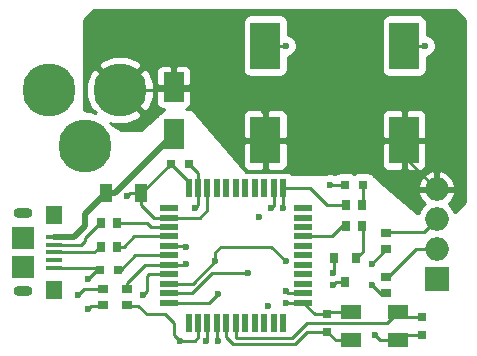
<source format=gbr>
G04 #@! TF.FileFunction,Copper,L1,Top,Plane*
%FSLAX46Y46*%
G04 Gerber Fmt 4.6, Leading zero omitted, Abs format (unit mm)*
G04 Created by KiCad (PCBNEW 4.0.4-stable) date 03/14/17 06:36:14*
%MOMM*%
%LPD*%
G01*
G04 APERTURE LIST*
%ADD10C,0.100000*%
%ADD11R,1.800000X1.200000*%
%ADD12R,0.800000X0.750000*%
%ADD13R,0.750000X0.800000*%
%ADD14R,2.500000X4.000000*%
%ADD15R,1.348740X0.398780*%
%ADD16O,1.597660X0.899160*%
%ADD17R,1.399540X1.597660*%
%ADD18R,1.899920X1.899920*%
%ADD19O,1.200000X0.500000*%
%ADD20C,4.500000*%
%ADD21R,0.797560X0.797560*%
%ADD22O,1.998980X1.998980*%
%ADD23R,1.998980X1.998980*%
%ADD24R,1.000000X1.600000*%
%ADD25R,0.797560X0.899160*%
%ADD26R,1.699260X2.499360*%
%ADD27R,1.500000X0.550000*%
%ADD28R,0.550000X1.500000*%
%ADD29R,0.700000X0.900000*%
%ADD30R,0.900000X0.700000*%
%ADD31C,0.600000*%
%ADD32C,0.250000*%
%ADD33C,0.500000*%
%ADD34C,0.254000*%
G04 APERTURE END LIST*
D10*
D11*
X57500000Y-46550000D03*
X53500000Y-46550000D03*
X53500000Y-48950000D03*
X57500000Y-48950000D03*
D12*
X38250000Y-34000000D03*
X39750000Y-34000000D03*
D13*
X51500000Y-48250000D03*
X51500000Y-46750000D03*
D14*
X58000000Y-32000000D03*
X58000000Y-24000000D03*
D13*
X59500000Y-48500000D03*
X59500000Y-47000000D03*
D12*
X33750000Y-43000000D03*
X32250000Y-43000000D03*
D14*
X46250000Y-32000000D03*
X46250000Y-24000000D03*
D15*
X28370000Y-40202060D03*
X28370000Y-40852300D03*
X28370000Y-41500000D03*
X28370000Y-42147700D03*
X28370000Y-42797940D03*
D16*
X25700460Y-38200540D03*
X25700460Y-44799460D03*
D17*
X28370000Y-38302140D03*
X28370000Y-44697860D03*
D18*
X25695380Y-40301120D03*
X25695380Y-42698880D03*
D19*
X25700000Y-38200000D03*
X25700000Y-44800000D03*
D20*
X33950140Y-27750000D03*
X27950660Y-27750000D03*
X30950400Y-32449000D03*
D21*
X54499300Y-35750000D03*
X53000700Y-35750000D03*
D22*
X60750000Y-36130000D03*
D23*
X60750000Y-43750000D03*
D22*
X60750000Y-41210000D03*
X60750000Y-38670000D03*
D24*
X35750000Y-36500000D03*
X32750000Y-36500000D03*
D25*
X53949960Y-42001780D03*
X52050040Y-42001780D03*
X53000000Y-43998220D03*
D26*
X38500000Y-31498980D03*
X38500000Y-27501020D03*
D27*
X38050000Y-37750000D03*
X38050000Y-38550000D03*
X38050000Y-39350000D03*
X38050000Y-40150000D03*
X38050000Y-40950000D03*
X38050000Y-41750000D03*
X38050000Y-42550000D03*
X38050000Y-43350000D03*
X38050000Y-44150000D03*
X38050000Y-44950000D03*
X38050000Y-45750000D03*
D28*
X39750000Y-47450000D03*
X40550000Y-47450000D03*
X41350000Y-47450000D03*
X42150000Y-47450000D03*
X42950000Y-47450000D03*
X43750000Y-47450000D03*
X44550000Y-47450000D03*
X45350000Y-47450000D03*
X46150000Y-47450000D03*
X46950000Y-47450000D03*
X47750000Y-47450000D03*
D27*
X49450000Y-45750000D03*
X49450000Y-44950000D03*
X49450000Y-44150000D03*
X49450000Y-43350000D03*
X49450000Y-42550000D03*
X49450000Y-41750000D03*
X49450000Y-40950000D03*
X49450000Y-40150000D03*
X49450000Y-39350000D03*
X49450000Y-38550000D03*
X49450000Y-37750000D03*
D28*
X47750000Y-36050000D03*
X46950000Y-36050000D03*
X46150000Y-36050000D03*
X45350000Y-36050000D03*
X44550000Y-36050000D03*
X43750000Y-36050000D03*
X42950000Y-36050000D03*
X42150000Y-36050000D03*
X41350000Y-36050000D03*
X40550000Y-36050000D03*
X39750000Y-36050000D03*
D29*
X54417500Y-39250000D03*
X53082500Y-39250000D03*
D30*
X34500000Y-45917500D03*
X34500000Y-44582500D03*
D29*
X32332500Y-39000000D03*
X33667500Y-39000000D03*
X32332500Y-41000000D03*
X33667500Y-41000000D03*
X54417500Y-37500000D03*
X53082500Y-37500000D03*
D30*
X56500000Y-39832500D03*
X56500000Y-41167500D03*
X56500000Y-43582500D03*
X56500000Y-44917500D03*
X32500000Y-44582500D03*
X32500000Y-45917500D03*
D31*
X51750000Y-35750000D03*
X40250000Y-37750000D03*
X46750000Y-37750000D03*
X45750000Y-38500000D03*
X31250000Y-43750000D03*
X39500000Y-41000000D03*
X42250000Y-49000000D03*
X48000000Y-45750000D03*
X52000000Y-43250000D03*
X59750000Y-24000000D03*
X48000000Y-24000000D03*
X55500000Y-48500000D03*
X47750000Y-37750000D03*
X48000000Y-44750000D03*
X46500000Y-46000000D03*
X41250000Y-49000000D03*
X31250000Y-46250000D03*
X34500000Y-36750000D03*
X39500000Y-42500000D03*
X42250000Y-45000000D03*
X48000000Y-42250000D03*
X55250000Y-44250000D03*
X42000000Y-42250000D03*
X55250000Y-42500000D03*
X44750000Y-43250000D03*
X52000000Y-44250000D03*
X39000000Y-49000000D03*
X35900000Y-45100000D03*
X30400000Y-45100000D03*
D32*
X29300000Y-42797940D02*
X28370000Y-42797940D01*
X53000700Y-35750000D02*
X51750000Y-35750000D01*
X40550000Y-37450000D02*
X40250000Y-37750000D01*
X40550000Y-36050000D02*
X40550000Y-37450000D01*
X46950000Y-37550000D02*
X46750000Y-37750000D01*
X46950000Y-36050000D02*
X46950000Y-37550000D01*
X31250000Y-43750000D02*
X32000000Y-43000000D01*
X39450000Y-40950000D02*
X39500000Y-41000000D01*
X38050000Y-40950000D02*
X39450000Y-40950000D01*
X42150000Y-48900000D02*
X42250000Y-49000000D01*
X42150000Y-47450000D02*
X42150000Y-48900000D01*
X49450000Y-45750000D02*
X48000000Y-45750000D01*
X52050040Y-43199960D02*
X52000000Y-43250000D01*
X52050040Y-43199960D02*
X52050040Y-42001780D01*
X32250000Y-43000000D02*
X32000000Y-43000000D01*
X29270000Y-42797940D02*
X29300000Y-42797940D01*
X29300000Y-42797940D02*
X32047940Y-42797940D01*
X32047940Y-42797940D02*
X32250000Y-43000000D01*
X40550000Y-36050000D02*
X40550000Y-34800000D01*
X40550000Y-34800000D02*
X39750000Y-34000000D01*
X53500000Y-46550000D02*
X51700000Y-46550000D01*
X51700000Y-46550000D02*
X51500000Y-46750000D01*
X51500000Y-46750000D02*
X50450000Y-46750000D01*
X50450000Y-46750000D02*
X49450000Y-45750000D01*
X59500000Y-48500000D02*
X57950000Y-48500000D01*
X57950000Y-48500000D02*
X57500000Y-48950000D01*
X57500000Y-48950000D02*
X55950000Y-48950000D01*
X55950000Y-48950000D02*
X55500000Y-48500000D01*
X58000000Y-24000000D02*
X59750000Y-24000000D01*
X46250000Y-24000000D02*
X48000000Y-24000000D01*
X59500000Y-47000000D02*
X57950000Y-47000000D01*
X57950000Y-47000000D02*
X57500000Y-46550000D01*
X43750000Y-47450000D02*
X43750000Y-48750000D01*
X56550000Y-47500000D02*
X57500000Y-46550000D01*
X49750000Y-47500000D02*
X56550000Y-47500000D01*
X48500000Y-48750000D02*
X49750000Y-47500000D01*
X43750000Y-48750000D02*
X48500000Y-48750000D01*
X53500000Y-48950000D02*
X52200000Y-48950000D01*
X52200000Y-48950000D02*
X51500000Y-48250000D01*
X51500000Y-48250000D02*
X49750000Y-48250000D01*
X49750000Y-48250000D02*
X48750000Y-49250000D01*
X48750000Y-49250000D02*
X43500000Y-49250000D01*
X43500000Y-49250000D02*
X42950000Y-48700000D01*
X42950000Y-48700000D02*
X42950000Y-47450000D01*
X47750000Y-37750000D02*
X47750000Y-36050000D01*
X48200000Y-44950000D02*
X48000000Y-44750000D01*
X48200000Y-44950000D02*
X49450000Y-44950000D01*
X41350000Y-48900000D02*
X41250000Y-49000000D01*
X41350000Y-47450000D02*
X41350000Y-48900000D01*
X31500000Y-46000000D02*
X31250000Y-46250000D01*
X32500000Y-46000000D02*
X31500000Y-46000000D01*
X34750000Y-36500000D02*
X34500000Y-36750000D01*
X35750000Y-36500000D02*
X34750000Y-36500000D01*
X39450000Y-42550000D02*
X39500000Y-42500000D01*
X39450000Y-42550000D02*
X38050000Y-42550000D01*
X53000000Y-37500000D02*
X51500000Y-37500000D01*
X51500000Y-37500000D02*
X50050000Y-36050000D01*
X50050000Y-36050000D02*
X47750000Y-36050000D01*
X38050000Y-42550000D02*
X36050000Y-42550000D01*
X36050000Y-42550000D02*
X34500000Y-44100000D01*
X34500000Y-44100000D02*
X34500000Y-44500000D01*
X41350000Y-36050000D02*
X41350000Y-37900000D01*
X40700000Y-38550000D02*
X38050000Y-38550000D01*
X41350000Y-37900000D02*
X40700000Y-38550000D01*
X39750000Y-36050000D02*
X39750000Y-35500000D01*
X39750000Y-35500000D02*
X38250000Y-34000000D01*
X38250000Y-34000000D02*
X35750000Y-36500000D01*
X38050000Y-38550000D02*
X36800000Y-38550000D01*
X35750000Y-37500000D02*
X35750000Y-36500000D01*
X36800000Y-38550000D02*
X35750000Y-37500000D01*
X33750000Y-43000000D02*
X34000000Y-43000000D01*
X34000000Y-43000000D02*
X35250000Y-41750000D01*
X35250000Y-41750000D02*
X38050000Y-41750000D01*
X58000000Y-32000000D02*
X58000000Y-33380000D01*
X58000000Y-33380000D02*
X60750000Y-36130000D01*
X33950140Y-27750000D02*
X38251020Y-27750000D01*
X38251020Y-27750000D02*
X44250000Y-27750000D01*
X44250000Y-27750000D02*
X46250000Y-29750000D01*
X46250000Y-29750000D02*
X46250000Y-32000000D01*
X46250000Y-32000000D02*
X58000000Y-32000000D01*
X28370000Y-40852300D02*
X29270000Y-40852300D01*
X31000000Y-40250000D02*
X31000000Y-40500000D01*
X31000000Y-40500000D02*
X30647700Y-40852300D01*
X30647700Y-40852300D02*
X29270000Y-40852300D01*
X31000000Y-40250000D02*
X32250000Y-39000000D01*
X28370000Y-41500000D02*
X29270000Y-41500000D01*
X31750000Y-41500000D02*
X32250000Y-41000000D01*
X29270000Y-41500000D02*
X31750000Y-41500000D01*
X38050000Y-45750000D02*
X41500000Y-45750000D01*
X41500000Y-45750000D02*
X42250000Y-45000000D01*
X56500000Y-45000000D02*
X56000000Y-45000000D01*
X42000000Y-41500000D02*
X42000000Y-42250000D01*
X42500000Y-41000000D02*
X42000000Y-41500000D01*
X46750000Y-41000000D02*
X42500000Y-41000000D01*
X48000000Y-42250000D02*
X46750000Y-41000000D01*
X56000000Y-45000000D02*
X55250000Y-44250000D01*
X38050000Y-44150000D02*
X40100000Y-44150000D01*
X40100000Y-44150000D02*
X42000000Y-42250000D01*
X56500000Y-41250000D02*
X55250000Y-42500000D01*
X38050000Y-44950000D02*
X40050000Y-44950000D01*
X41750000Y-43250000D02*
X44750000Y-43250000D01*
X40050000Y-44950000D02*
X41750000Y-43250000D01*
X53000000Y-43998220D02*
X52251780Y-43998220D01*
X52251780Y-43998220D02*
X52000000Y-44250000D01*
X34500000Y-46000000D02*
X35500000Y-46000000D01*
X40550000Y-48700000D02*
X40550000Y-47450000D01*
X40250000Y-49000000D02*
X40550000Y-48700000D01*
X39000000Y-49000000D02*
X40250000Y-49000000D01*
X38500000Y-48500000D02*
X39000000Y-49000000D01*
X38500000Y-47500000D02*
X38500000Y-48500000D01*
X37750000Y-46750000D02*
X38500000Y-47500000D01*
X36250000Y-46750000D02*
X37750000Y-46750000D01*
X35500000Y-46000000D02*
X36250000Y-46750000D01*
X54499300Y-35750000D02*
X54499300Y-37499300D01*
X54499300Y-37499300D02*
X54500000Y-37500000D01*
X56500000Y-43500000D02*
X56750000Y-43500000D01*
X56750000Y-43500000D02*
X59040000Y-41210000D01*
X59040000Y-41210000D02*
X60750000Y-41210000D01*
X56500000Y-39750000D02*
X59670000Y-39750000D01*
X59670000Y-39750000D02*
X60750000Y-38670000D01*
X53000000Y-39250000D02*
X52750000Y-39250000D01*
X52750000Y-39250000D02*
X51850000Y-40150000D01*
X51850000Y-40150000D02*
X49450000Y-40150000D01*
X33750000Y-39000000D02*
X36250000Y-39000000D01*
X36600000Y-39350000D02*
X38050000Y-39350000D01*
X36250000Y-39000000D02*
X36600000Y-39350000D01*
X33750000Y-41000000D02*
X34250000Y-41000000D01*
X35100000Y-40150000D02*
X38050000Y-40150000D01*
X34250000Y-41000000D02*
X35100000Y-40150000D01*
X32500000Y-44582500D02*
X30917500Y-44582500D01*
X36400000Y-43350000D02*
X38050000Y-43350000D01*
X36250000Y-43500000D02*
X36400000Y-43350000D01*
X36250000Y-44250000D02*
X36250000Y-43500000D01*
X36250000Y-44750000D02*
X36250000Y-44250000D01*
X35900000Y-45100000D02*
X36250000Y-44750000D01*
X30917500Y-44582500D02*
X30400000Y-45100000D01*
X32500000Y-44500000D02*
X32750000Y-44500000D01*
X54500000Y-39250000D02*
X54500000Y-41451740D01*
X54500000Y-41451740D02*
X53949960Y-42001780D01*
D33*
X29300000Y-40202060D02*
X28370000Y-40202060D01*
X29270000Y-40202060D02*
X29300000Y-40202060D01*
X29300000Y-40202060D02*
X30047940Y-40202060D01*
X31000000Y-38250000D02*
X32750000Y-36500000D01*
X31000000Y-39250000D02*
X31000000Y-38250000D01*
X30047940Y-40202060D02*
X31000000Y-39250000D01*
X32750000Y-36500000D02*
X33498980Y-36500000D01*
X33498980Y-36500000D02*
X38500000Y-31498980D01*
X38001020Y-31498980D02*
X38500000Y-31498980D01*
D34*
G36*
X63123000Y-21802606D02*
X63123000Y-37197394D01*
X62268008Y-38052386D01*
X62260072Y-38012486D01*
X61905759Y-37482219D01*
X61756700Y-37382621D01*
X62073068Y-37089726D01*
X62339627Y-36510355D01*
X62220807Y-36257000D01*
X60877000Y-36257000D01*
X60877000Y-36277000D01*
X60623000Y-36277000D01*
X60623000Y-36257000D01*
X59279193Y-36257000D01*
X59160373Y-36510355D01*
X59426932Y-37089726D01*
X59743300Y-37382621D01*
X59594241Y-37482219D01*
X59239928Y-38012486D01*
X59217945Y-38123000D01*
X59047376Y-38123000D01*
X56308890Y-35749645D01*
X59160373Y-35749645D01*
X59279193Y-36003000D01*
X60623000Y-36003000D01*
X60623000Y-34659735D01*
X60877000Y-34659735D01*
X60877000Y-36003000D01*
X62220807Y-36003000D01*
X62339627Y-35749645D01*
X62073068Y-35170274D01*
X61605084Y-34737013D01*
X61130354Y-34540381D01*
X60877000Y-34659735D01*
X60623000Y-34659735D01*
X60369646Y-34540381D01*
X59894916Y-34737013D01*
X59426932Y-35170274D01*
X59160373Y-35749645D01*
X56308890Y-35749645D01*
X55404907Y-34966193D01*
X55362170Y-34899779D01*
X55149970Y-34754789D01*
X54898080Y-34703780D01*
X54100520Y-34703780D01*
X53865203Y-34748058D01*
X53750007Y-34822185D01*
X53651370Y-34754789D01*
X53399480Y-34703780D01*
X52601920Y-34703780D01*
X52366603Y-34748058D01*
X52172438Y-34873000D01*
X52076087Y-34873000D01*
X51936799Y-34815162D01*
X51564833Y-34814838D01*
X51424070Y-34873000D01*
X48504817Y-34873000D01*
X48489090Y-34848559D01*
X48276890Y-34703569D01*
X48025000Y-34652560D01*
X47475000Y-34652560D01*
X47345411Y-34676944D01*
X47225000Y-34652560D01*
X46675000Y-34652560D01*
X46545411Y-34676944D01*
X46425000Y-34652560D01*
X45875000Y-34652560D01*
X45745411Y-34676944D01*
X45625000Y-34652560D01*
X45075000Y-34652560D01*
X44945411Y-34676944D01*
X44825000Y-34652560D01*
X44617746Y-34652560D01*
X42573683Y-32285750D01*
X44365000Y-32285750D01*
X44365000Y-34126309D01*
X44461673Y-34359698D01*
X44640301Y-34538327D01*
X44873690Y-34635000D01*
X45964250Y-34635000D01*
X46123000Y-34476250D01*
X46123000Y-32127000D01*
X46377000Y-32127000D01*
X46377000Y-34476250D01*
X46535750Y-34635000D01*
X47626310Y-34635000D01*
X47859699Y-34538327D01*
X48038327Y-34359698D01*
X48135000Y-34126309D01*
X48135000Y-32285750D01*
X56115000Y-32285750D01*
X56115000Y-34126309D01*
X56211673Y-34359698D01*
X56390301Y-34538327D01*
X56623690Y-34635000D01*
X57714250Y-34635000D01*
X57873000Y-34476250D01*
X57873000Y-32127000D01*
X58127000Y-32127000D01*
X58127000Y-34476250D01*
X58285750Y-34635000D01*
X59376310Y-34635000D01*
X59609699Y-34538327D01*
X59788327Y-34359698D01*
X59885000Y-34126309D01*
X59885000Y-32285750D01*
X59726250Y-32127000D01*
X58127000Y-32127000D01*
X57873000Y-32127000D01*
X56273750Y-32127000D01*
X56115000Y-32285750D01*
X48135000Y-32285750D01*
X47976250Y-32127000D01*
X46377000Y-32127000D01*
X46123000Y-32127000D01*
X44523750Y-32127000D01*
X44365000Y-32285750D01*
X42573683Y-32285750D01*
X40490541Y-29873691D01*
X44365000Y-29873691D01*
X44365000Y-31714250D01*
X44523750Y-31873000D01*
X46123000Y-31873000D01*
X46123000Y-29523750D01*
X46377000Y-29523750D01*
X46377000Y-31873000D01*
X47976250Y-31873000D01*
X48135000Y-31714250D01*
X48135000Y-29873691D01*
X56115000Y-29873691D01*
X56115000Y-31714250D01*
X56273750Y-31873000D01*
X57873000Y-31873000D01*
X57873000Y-29523750D01*
X58127000Y-29523750D01*
X58127000Y-31873000D01*
X59726250Y-31873000D01*
X59885000Y-31714250D01*
X59885000Y-29873691D01*
X59788327Y-29640302D01*
X59609699Y-29461673D01*
X59376310Y-29365000D01*
X58285750Y-29365000D01*
X58127000Y-29523750D01*
X57873000Y-29523750D01*
X57714250Y-29365000D01*
X56623690Y-29365000D01*
X56390301Y-29461673D01*
X56211673Y-29640302D01*
X56115000Y-29873691D01*
X48135000Y-29873691D01*
X48038327Y-29640302D01*
X47859699Y-29461673D01*
X47626310Y-29365000D01*
X46535750Y-29365000D01*
X46377000Y-29523750D01*
X46123000Y-29523750D01*
X45964250Y-29365000D01*
X44873690Y-29365000D01*
X44640301Y-29461673D01*
X44461673Y-29640302D01*
X44365000Y-29873691D01*
X40490541Y-29873691D01*
X40096117Y-29416990D01*
X40056248Y-29386136D01*
X40000000Y-29373000D01*
X39506600Y-29373000D01*
X39709329Y-29289027D01*
X39887957Y-29110398D01*
X39984630Y-28877009D01*
X39984630Y-27786770D01*
X39825880Y-27628020D01*
X38627000Y-27628020D01*
X38627000Y-27648020D01*
X38373000Y-27648020D01*
X38373000Y-27628020D01*
X37174120Y-27628020D01*
X37015370Y-27786770D01*
X37015370Y-28877009D01*
X37112043Y-29110398D01*
X37290671Y-29289027D01*
X37524060Y-29385700D01*
X37696286Y-29385700D01*
X37666370Y-29404423D01*
X37320837Y-29706764D01*
X37198929Y-29785210D01*
X37150974Y-29855394D01*
X35702282Y-31123000D01*
X34032020Y-31123000D01*
X33320941Y-30740112D01*
X33101078Y-30519864D01*
X33387586Y-30637227D01*
X34535302Y-30632730D01*
X35574765Y-30202169D01*
X35826002Y-29805467D01*
X33950140Y-27929605D01*
X33935998Y-27943748D01*
X33756393Y-27764143D01*
X33770535Y-27750000D01*
X34129745Y-27750000D01*
X36005607Y-29625862D01*
X36402309Y-29374625D01*
X36837367Y-28312554D01*
X36832870Y-27164838D01*
X36402309Y-26125375D01*
X36401766Y-26125031D01*
X37015370Y-26125031D01*
X37015370Y-27215270D01*
X37174120Y-27374020D01*
X38373000Y-27374020D01*
X38373000Y-25775090D01*
X38627000Y-25775090D01*
X38627000Y-27374020D01*
X39825880Y-27374020D01*
X39984630Y-27215270D01*
X39984630Y-26125031D01*
X39887957Y-25891642D01*
X39709329Y-25713013D01*
X39475940Y-25616340D01*
X38785750Y-25616340D01*
X38627000Y-25775090D01*
X38373000Y-25775090D01*
X38214250Y-25616340D01*
X37524060Y-25616340D01*
X37290671Y-25713013D01*
X37112043Y-25891642D01*
X37015370Y-26125031D01*
X36401766Y-26125031D01*
X36005607Y-25874138D01*
X34129745Y-27750000D01*
X33770535Y-27750000D01*
X31894673Y-25874138D01*
X31497971Y-26125375D01*
X31062913Y-27187446D01*
X31067410Y-28335162D01*
X31497971Y-29374625D01*
X31894671Y-29625861D01*
X31830086Y-29690446D01*
X31526780Y-29564502D01*
X31137035Y-29564162D01*
X30877000Y-29424143D01*
X30877000Y-25694533D01*
X32074278Y-25694533D01*
X33950140Y-27570395D01*
X35826002Y-25694533D01*
X35574765Y-25297831D01*
X34512694Y-24862773D01*
X33364978Y-24867270D01*
X32325515Y-25297831D01*
X32074278Y-25694533D01*
X30877000Y-25694533D01*
X30877000Y-22000000D01*
X44352560Y-22000000D01*
X44352560Y-26000000D01*
X44396838Y-26235317D01*
X44535910Y-26451441D01*
X44748110Y-26596431D01*
X45000000Y-26647440D01*
X47500000Y-26647440D01*
X47735317Y-26603162D01*
X47951441Y-26464090D01*
X48096431Y-26251890D01*
X48147440Y-26000000D01*
X48147440Y-24935129D01*
X48185167Y-24935162D01*
X48528943Y-24793117D01*
X48792192Y-24530327D01*
X48934838Y-24186799D01*
X48935162Y-23814833D01*
X48793117Y-23471057D01*
X48530327Y-23207808D01*
X48186799Y-23065162D01*
X48147440Y-23065128D01*
X48147440Y-22000000D01*
X56102560Y-22000000D01*
X56102560Y-26000000D01*
X56146838Y-26235317D01*
X56285910Y-26451441D01*
X56498110Y-26596431D01*
X56750000Y-26647440D01*
X59250000Y-26647440D01*
X59485317Y-26603162D01*
X59701441Y-26464090D01*
X59846431Y-26251890D01*
X59897440Y-26000000D01*
X59897440Y-24935129D01*
X59935167Y-24935162D01*
X60278943Y-24793117D01*
X60542192Y-24530327D01*
X60684838Y-24186799D01*
X60685162Y-23814833D01*
X60543117Y-23471057D01*
X60280327Y-23207808D01*
X59936799Y-23065162D01*
X59897440Y-23065128D01*
X59897440Y-22000000D01*
X59853162Y-21764683D01*
X59714090Y-21548559D01*
X59501890Y-21403569D01*
X59250000Y-21352560D01*
X56750000Y-21352560D01*
X56514683Y-21396838D01*
X56298559Y-21535910D01*
X56153569Y-21748110D01*
X56102560Y-22000000D01*
X48147440Y-22000000D01*
X48103162Y-21764683D01*
X47964090Y-21548559D01*
X47751890Y-21403569D01*
X47500000Y-21352560D01*
X45000000Y-21352560D01*
X44764683Y-21396838D01*
X44548559Y-21535910D01*
X44403569Y-21748110D01*
X44352560Y-22000000D01*
X30877000Y-22000000D01*
X30877000Y-21802606D01*
X31719606Y-20960000D01*
X62280394Y-20960000D01*
X63123000Y-21802606D01*
X63123000Y-21802606D01*
G37*
X63123000Y-21802606D02*
X63123000Y-37197394D01*
X62268008Y-38052386D01*
X62260072Y-38012486D01*
X61905759Y-37482219D01*
X61756700Y-37382621D01*
X62073068Y-37089726D01*
X62339627Y-36510355D01*
X62220807Y-36257000D01*
X60877000Y-36257000D01*
X60877000Y-36277000D01*
X60623000Y-36277000D01*
X60623000Y-36257000D01*
X59279193Y-36257000D01*
X59160373Y-36510355D01*
X59426932Y-37089726D01*
X59743300Y-37382621D01*
X59594241Y-37482219D01*
X59239928Y-38012486D01*
X59217945Y-38123000D01*
X59047376Y-38123000D01*
X56308890Y-35749645D01*
X59160373Y-35749645D01*
X59279193Y-36003000D01*
X60623000Y-36003000D01*
X60623000Y-34659735D01*
X60877000Y-34659735D01*
X60877000Y-36003000D01*
X62220807Y-36003000D01*
X62339627Y-35749645D01*
X62073068Y-35170274D01*
X61605084Y-34737013D01*
X61130354Y-34540381D01*
X60877000Y-34659735D01*
X60623000Y-34659735D01*
X60369646Y-34540381D01*
X59894916Y-34737013D01*
X59426932Y-35170274D01*
X59160373Y-35749645D01*
X56308890Y-35749645D01*
X55404907Y-34966193D01*
X55362170Y-34899779D01*
X55149970Y-34754789D01*
X54898080Y-34703780D01*
X54100520Y-34703780D01*
X53865203Y-34748058D01*
X53750007Y-34822185D01*
X53651370Y-34754789D01*
X53399480Y-34703780D01*
X52601920Y-34703780D01*
X52366603Y-34748058D01*
X52172438Y-34873000D01*
X52076087Y-34873000D01*
X51936799Y-34815162D01*
X51564833Y-34814838D01*
X51424070Y-34873000D01*
X48504817Y-34873000D01*
X48489090Y-34848559D01*
X48276890Y-34703569D01*
X48025000Y-34652560D01*
X47475000Y-34652560D01*
X47345411Y-34676944D01*
X47225000Y-34652560D01*
X46675000Y-34652560D01*
X46545411Y-34676944D01*
X46425000Y-34652560D01*
X45875000Y-34652560D01*
X45745411Y-34676944D01*
X45625000Y-34652560D01*
X45075000Y-34652560D01*
X44945411Y-34676944D01*
X44825000Y-34652560D01*
X44617746Y-34652560D01*
X42573683Y-32285750D01*
X44365000Y-32285750D01*
X44365000Y-34126309D01*
X44461673Y-34359698D01*
X44640301Y-34538327D01*
X44873690Y-34635000D01*
X45964250Y-34635000D01*
X46123000Y-34476250D01*
X46123000Y-32127000D01*
X46377000Y-32127000D01*
X46377000Y-34476250D01*
X46535750Y-34635000D01*
X47626310Y-34635000D01*
X47859699Y-34538327D01*
X48038327Y-34359698D01*
X48135000Y-34126309D01*
X48135000Y-32285750D01*
X56115000Y-32285750D01*
X56115000Y-34126309D01*
X56211673Y-34359698D01*
X56390301Y-34538327D01*
X56623690Y-34635000D01*
X57714250Y-34635000D01*
X57873000Y-34476250D01*
X57873000Y-32127000D01*
X58127000Y-32127000D01*
X58127000Y-34476250D01*
X58285750Y-34635000D01*
X59376310Y-34635000D01*
X59609699Y-34538327D01*
X59788327Y-34359698D01*
X59885000Y-34126309D01*
X59885000Y-32285750D01*
X59726250Y-32127000D01*
X58127000Y-32127000D01*
X57873000Y-32127000D01*
X56273750Y-32127000D01*
X56115000Y-32285750D01*
X48135000Y-32285750D01*
X47976250Y-32127000D01*
X46377000Y-32127000D01*
X46123000Y-32127000D01*
X44523750Y-32127000D01*
X44365000Y-32285750D01*
X42573683Y-32285750D01*
X40490541Y-29873691D01*
X44365000Y-29873691D01*
X44365000Y-31714250D01*
X44523750Y-31873000D01*
X46123000Y-31873000D01*
X46123000Y-29523750D01*
X46377000Y-29523750D01*
X46377000Y-31873000D01*
X47976250Y-31873000D01*
X48135000Y-31714250D01*
X48135000Y-29873691D01*
X56115000Y-29873691D01*
X56115000Y-31714250D01*
X56273750Y-31873000D01*
X57873000Y-31873000D01*
X57873000Y-29523750D01*
X58127000Y-29523750D01*
X58127000Y-31873000D01*
X59726250Y-31873000D01*
X59885000Y-31714250D01*
X59885000Y-29873691D01*
X59788327Y-29640302D01*
X59609699Y-29461673D01*
X59376310Y-29365000D01*
X58285750Y-29365000D01*
X58127000Y-29523750D01*
X57873000Y-29523750D01*
X57714250Y-29365000D01*
X56623690Y-29365000D01*
X56390301Y-29461673D01*
X56211673Y-29640302D01*
X56115000Y-29873691D01*
X48135000Y-29873691D01*
X48038327Y-29640302D01*
X47859699Y-29461673D01*
X47626310Y-29365000D01*
X46535750Y-29365000D01*
X46377000Y-29523750D01*
X46123000Y-29523750D01*
X45964250Y-29365000D01*
X44873690Y-29365000D01*
X44640301Y-29461673D01*
X44461673Y-29640302D01*
X44365000Y-29873691D01*
X40490541Y-29873691D01*
X40096117Y-29416990D01*
X40056248Y-29386136D01*
X40000000Y-29373000D01*
X39506600Y-29373000D01*
X39709329Y-29289027D01*
X39887957Y-29110398D01*
X39984630Y-28877009D01*
X39984630Y-27786770D01*
X39825880Y-27628020D01*
X38627000Y-27628020D01*
X38627000Y-27648020D01*
X38373000Y-27648020D01*
X38373000Y-27628020D01*
X37174120Y-27628020D01*
X37015370Y-27786770D01*
X37015370Y-28877009D01*
X37112043Y-29110398D01*
X37290671Y-29289027D01*
X37524060Y-29385700D01*
X37696286Y-29385700D01*
X37666370Y-29404423D01*
X37320837Y-29706764D01*
X37198929Y-29785210D01*
X37150974Y-29855394D01*
X35702282Y-31123000D01*
X34032020Y-31123000D01*
X33320941Y-30740112D01*
X33101078Y-30519864D01*
X33387586Y-30637227D01*
X34535302Y-30632730D01*
X35574765Y-30202169D01*
X35826002Y-29805467D01*
X33950140Y-27929605D01*
X33935998Y-27943748D01*
X33756393Y-27764143D01*
X33770535Y-27750000D01*
X34129745Y-27750000D01*
X36005607Y-29625862D01*
X36402309Y-29374625D01*
X36837367Y-28312554D01*
X36832870Y-27164838D01*
X36402309Y-26125375D01*
X36401766Y-26125031D01*
X37015370Y-26125031D01*
X37015370Y-27215270D01*
X37174120Y-27374020D01*
X38373000Y-27374020D01*
X38373000Y-25775090D01*
X38627000Y-25775090D01*
X38627000Y-27374020D01*
X39825880Y-27374020D01*
X39984630Y-27215270D01*
X39984630Y-26125031D01*
X39887957Y-25891642D01*
X39709329Y-25713013D01*
X39475940Y-25616340D01*
X38785750Y-25616340D01*
X38627000Y-25775090D01*
X38373000Y-25775090D01*
X38214250Y-25616340D01*
X37524060Y-25616340D01*
X37290671Y-25713013D01*
X37112043Y-25891642D01*
X37015370Y-26125031D01*
X36401766Y-26125031D01*
X36005607Y-25874138D01*
X34129745Y-27750000D01*
X33770535Y-27750000D01*
X31894673Y-25874138D01*
X31497971Y-26125375D01*
X31062913Y-27187446D01*
X31067410Y-28335162D01*
X31497971Y-29374625D01*
X31894671Y-29625861D01*
X31830086Y-29690446D01*
X31526780Y-29564502D01*
X31137035Y-29564162D01*
X30877000Y-29424143D01*
X30877000Y-25694533D01*
X32074278Y-25694533D01*
X33950140Y-27570395D01*
X35826002Y-25694533D01*
X35574765Y-25297831D01*
X34512694Y-24862773D01*
X33364978Y-24867270D01*
X32325515Y-25297831D01*
X32074278Y-25694533D01*
X30877000Y-25694533D01*
X30877000Y-22000000D01*
X44352560Y-22000000D01*
X44352560Y-26000000D01*
X44396838Y-26235317D01*
X44535910Y-26451441D01*
X44748110Y-26596431D01*
X45000000Y-26647440D01*
X47500000Y-26647440D01*
X47735317Y-26603162D01*
X47951441Y-26464090D01*
X48096431Y-26251890D01*
X48147440Y-26000000D01*
X48147440Y-24935129D01*
X48185167Y-24935162D01*
X48528943Y-24793117D01*
X48792192Y-24530327D01*
X48934838Y-24186799D01*
X48935162Y-23814833D01*
X48793117Y-23471057D01*
X48530327Y-23207808D01*
X48186799Y-23065162D01*
X48147440Y-23065128D01*
X48147440Y-22000000D01*
X56102560Y-22000000D01*
X56102560Y-26000000D01*
X56146838Y-26235317D01*
X56285910Y-26451441D01*
X56498110Y-26596431D01*
X56750000Y-26647440D01*
X59250000Y-26647440D01*
X59485317Y-26603162D01*
X59701441Y-26464090D01*
X59846431Y-26251890D01*
X59897440Y-26000000D01*
X59897440Y-24935129D01*
X59935167Y-24935162D01*
X60278943Y-24793117D01*
X60542192Y-24530327D01*
X60684838Y-24186799D01*
X60685162Y-23814833D01*
X60543117Y-23471057D01*
X60280327Y-23207808D01*
X59936799Y-23065162D01*
X59897440Y-23065128D01*
X59897440Y-22000000D01*
X59853162Y-21764683D01*
X59714090Y-21548559D01*
X59501890Y-21403569D01*
X59250000Y-21352560D01*
X56750000Y-21352560D01*
X56514683Y-21396838D01*
X56298559Y-21535910D01*
X56153569Y-21748110D01*
X56102560Y-22000000D01*
X48147440Y-22000000D01*
X48103162Y-21764683D01*
X47964090Y-21548559D01*
X47751890Y-21403569D01*
X47500000Y-21352560D01*
X45000000Y-21352560D01*
X44764683Y-21396838D01*
X44548559Y-21535910D01*
X44403569Y-21748110D01*
X44352560Y-22000000D01*
X30877000Y-22000000D01*
X30877000Y-21802606D01*
X31719606Y-20960000D01*
X62280394Y-20960000D01*
X63123000Y-21802606D01*
M02*

</source>
